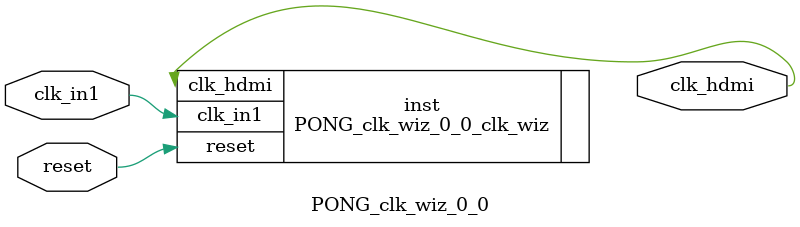
<source format=v>


`timescale 1ps/1ps

(* CORE_GENERATION_INFO = "PONG_clk_wiz_0_0,clk_wiz_v6_0_12_0_0,{component_name=PONG_clk_wiz_0_0,use_phase_alignment=true,use_min_o_jitter=false,use_max_i_jitter=false,use_dyn_phase_shift=false,use_inclk_switchover=false,use_dyn_reconfig=false,enable_axi=0,feedback_source=FDBK_AUTO,PRIMITIVE=MMCM,num_out_clk=1,clkin1_period=10.000,clkin2_period=10.000,use_power_down=false,use_reset=true,use_locked=false,use_inclk_stopped=false,feedback_type=SINGLE,CLOCK_MGR_TYPE=NA,manual_override=false}" *)

module PONG_clk_wiz_0_0 
 (
  // Clock out ports
  output        clk_hdmi,
  // Status and control signals
  input         reset,
 // Clock in ports
  input         clk_in1
 );

  PONG_clk_wiz_0_0_clk_wiz inst
  (
  // Clock out ports  
  .clk_hdmi(clk_hdmi),
  // Status and control signals               
  .reset(reset), 
 // Clock in ports
  .clk_in1(clk_in1)
  );

endmodule

</source>
